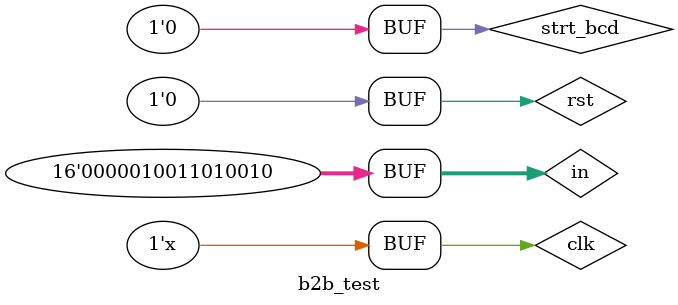
<source format=v>
`timescale 1ns / 1ps


module b2b_test;

	// Inputs
	reg clk;
	reg rst;
	reg [15:0] in;
	reg strt_bcd;

	// Outputs
	wire [3:0] bcd_ones;
	wire [3:0] bcd_tens;
	wire [3:0] bcd_hundreds;
	wire [3:0] bcd_thousands;

	// Instantiate the Unit Under Test (UUT)
	bin2bcd uut (
		.clk(clk), 
		.rst(rst), 
		.in(in), 
		.strt_bcd(strt_bcd), 
		.bcd_ones(bcd_ones), 
		.bcd_tens(bcd_tens), 
		.bcd_hundreds(bcd_hundreds), 
		.bcd_thousands(bcd_thousands)
	);

	initial begin
		// Initialize Inputs
		clk = 0;
		rst = 1;
		in = 0;
		strt_bcd = 0;

		// Wait 100 ns for global reset to finish
		#100;
        
		// Add stimulus here
		rst <= 0;
		in <= 16'h4D2;
		#10;
		strt_bcd <= 1;
		#10;
		strt_bcd <= 0;
	end
      
		always #5
			clk <= ~clk;
		
		
endmodule


</source>
